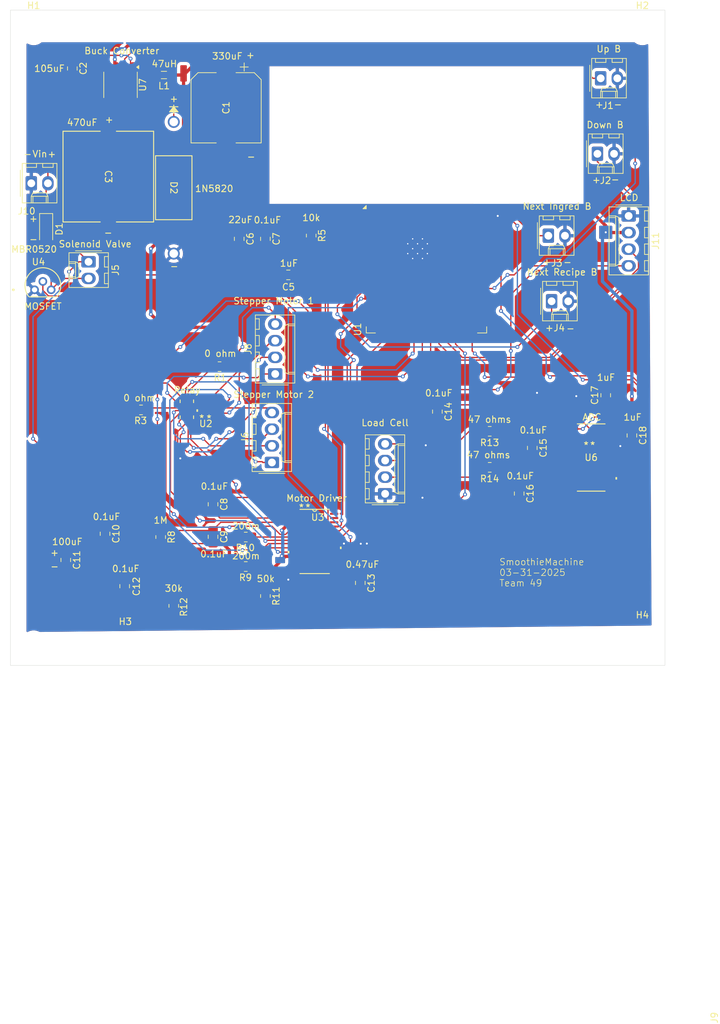
<source format=kicad_pcb>
(kicad_pcb (version 20240108) (generator "pcbnew") (generator_version "8.0")
  (layers (0 "F.Cu" signal) (31 "B.Cu" signal) (34 "B.Paste" user) (35 "F.Paste" user) (36 "B.SilkS" user "B.Silkscreen") (37 "F.SilkS" user "F.Silkscreen") (38 "B.Mask" user) (39 "F.Mask" user) (44 "Edge.Cuts" user))
  (net 0 "")
  (net 1 "/VDD33")
  (net 2 "GND")
  (net 3 "+12V")
  (net 4 "Net-(U1-EN)")
  (net 5 "Net-(U3-CP1)")
  (net 6 "Net-(U3-CP2)")
  (net 7 "Net-(U3-VCP)")
  (net 8 "/V3P3OUT")
  (net 9 "Net-(J9-Pin_4)")
  (net 10 "Net-(U6-VIN1N)")
  (net 11 "Net-(U6-VIN1P)")
  (net 12 "Net-(U6-VBG)")
  (net 13 "Net-(D1-A)")
  (net 14 "/UP_BUTTON")
  (net 15 "/DOWN_BUTTON")
  (net 16 "/NEXT_INGRED_BUTTON")
  (net 17 "/NEXT_RECEP_BUTTON")
  (net 18 "/AOUT3")
  (net 19 "/BOUT3")
  (net 20 "/BOUT4")
  (net 21 "/AOUT4")
  (net 22 "/AOUT1")
  (net 23 "/BOUT1")
  (net 24 "/AOUT2")
  (net 25 "/BOUT2")
  (net 26 "Net-(J9-Pin_3)")
  (net 27 "Net-(J9-Pin_2)")
  (net 28 "Net-(D2-K)")
  (net 29 "/SDA")
  (net 30 "/SCL")
  (net 31 "Net-(U2-VCC)")
  (net 32 "Net-(U2-Sel)")
  (net 33 "Net-(U3-ISENB)")
  (net 34 "Net-(U3-ISENA)")
  (net 35 "Net-(U3-AVREF)")
  (net 37 "/NSLEEP")
  (net 40 "/MODE1")
  (net 41 "/SOLENOID_VALVE")
  (net 42 "/STEP")
  (net 43 "/MODE2")
  (net 44 "/MOTORSELECT")
  (net 45 "/SDIO")
  (net 48 "/SCLK")
  (net 57 "/DRDY")
  (net 60 "/DIR")
  (net 62 "/MODE0")
  (net 65 "/NRESET")
  (net 66 "/BOUT2C")
  (net 68 "/AOUT2C")
  (net 69 "/AOUT1C")
  (net 70 "/BOUT1C")
  (footprint "Resistor_SMD:R_0805_2012Metric_Pad1.20x1.40mm_HandSolder" (layer "F.Cu") (at 108 128 -90)
    (property "Reference" "R8")
    (property "Value" "1M")
  )
  (footprint "DRV8825PWP:PWP28_5P18X3P1" (layer "F.Cu") (at 131.5282 128.674994)
    (property "Reference" "U3")
    (property "Value" "DRV8825PWP")
  )
  (footprint "1N5820:CR_0-E3&slash_54_VIS" (layer "F.Cu") (at 110 64.6528 -90)
    (property "Reference" "D2")
    (property "Value" "1N5820")
  )
  (footprint "Diode_SMD:D_SOD-123" (layer "F.Cu") (at 90.5 81 -90)
    (property "Reference" "D1")
    (property "Value" "MBR0520")
  )
  (footprint "Capacitor_SMD:C_0805_2012Metric_Pad1.18x1.45mm_HandSolder" (layer "F.Cu") (at 127.5 88)
    (property "Reference" "C5")
    (property "Value" "1uF")
  )
  (footprint "MountingHole:MountingHole_3.2mm_M3" (layer "F.Cu") (at 88.6 51.1)
    (property "Reference" "H1")
    (property "Value" "MountingHole")
  )
  (footprint "Capacitor_SMD:C_0805_2012Metric_Pad1.18x1.45mm_HandSolder" (layer "F.Cu") (at 180 112.5 -90)
    (property "Reference" "C18")
    (property "Value" "1uF")
  )
  (footprint "Capacitor_SMD:C_0805_2012Metric_Pad1.18x1.45mm_HandSolder" (layer "F.Cu") (at 162.77585 121.365 -90)
    (property "Reference" "C16")
    (property "Value" "0.1uF")
  )
  (footprint "Resistor_SMD:R_0805_2012Metric_Pad1.20x1.40mm_HandSolder" (layer "F.Cu") (at 117 102)
    (property "Reference" "R1")
    (property "Value" "0")
  )
  (footprint "Capacitor_SMD:C_0805_2012Metric_Pad1.18x1.45mm_HandSolder" (layer "F.Cu") (at 150.27585 108.865 -90)
    (property "Reference" "C14")
    (property "Value" "0.1uF")
  )
  (footprint "Capacitor_SMD:C_0805_2012Metric_Pad1.18x1.45mm_HandSolder" (layer "F.Cu") (at 99.5 127.5 -90)
    (property "Reference" "C10")
    (property "Value" "0.1uF")
  )
  (footprint "Resistor_SMD:R_0805_2012Metric_Pad1.20x1.40mm_HandSolder" (layer "F.Cu") (at 121 128)
    (property "Reference" "R10")
    (property "Value" "200m")
  )
  (footprint "Inductor_SMD:L_0805_2012Metric_Pad1.05x1.20mm_HandSolder" (layer "F.Cu") (at 108.5 57.5)
    (property "Reference" "L1")
    (property "Value" "47uH/3A")
  )
  (footprint "MountingHole:MountingHole_3.2mm_M3" (layer "F.Cu") (at 181.6 144.1)
    (property "Reference" "H4")
    (property "Value" "MountingHole")
  )
  (footprint "NAU7802SGI:SOI16_NAU7802SGI_NUV" (layer "F.Cu") (at 173.77585 115.865)
    (property "Reference" "U6")
    (property "Value" "NAU7802SGI")
  )
  (footprint "Capacitor_SMD:C_0805_2012Metric_Pad1.18x1.45mm_HandSolder" (layer "F.Cu") (at 176 106.365 90)
    (property "Reference" "C17")
    (property "Value" "1uF")
  )
  (footprint "Resistor_SMD:R_0805_2012Metric_Pad1.20x1.40mm_HandSolder" (layer "F.Cu") (at 110 138.5 -90)
    (property "Reference" "R12")
    (property "Value" "30k")
  )
  (footprint "RF_Module:ESP32-S3-WROOM-2" (layer "F.Cu") (at 148.61 83.91)
    (property "Reference" "U1")
    (property "Value" "ESP32-S3-WROOM-2")
  )
  (footprint "Capacitor_SMD:CP_Elec_10x12.5" (layer "F.Cu") (at 118 62.5 -90)
    (property "Reference" "C1")
    (property "Value" "330uF 35V")
  )
  (footprint "Resistor_SMD:R_0805_2012Metric_Pad1.20x1.40mm_HandSolder" (layer "F.Cu") (at 131 82 -90)
    (property "Reference" "R5")
    (property "Value" "10k")
  )
  (footprint "Connector_Molex:Molex_KK-254_AE-6410-04A_1x04_P2.54mm_Vertical" (layer "F.Cu") (at 125.5 103.12 90)
    (property "Reference" "J8")
    (property "Value" "Stepper Motor 1")
  )
  (footprint "Connector_Molex:Molex_KK-254_AE-6410-04A_1x04_P2.54mm_Vertical" (layer "F.Cu") (at 125 116.62 90)
    (property "Reference" "J6")
    (property "Value" "Stepper Motor 2")
  )
  (footprint "Capacitor_SMD:C_0805_2012Metric_Pad1.18x1.45mm_HandSolder" (layer "F.Cu") (at 116 123 -90)
    (property "Reference" "C8")
    (property "Value" "0.1uF")
  )
  (footprint "Connector_Molex:Molex_KK-254_AE-6410-02A_1x02_P2.54mm_Vertical" (layer "F.Cu") (at 88.23 74.02)
    (property "Reference" "J10")
    (property "Value" "Vin")
  )
  (footprint "Connector_Molex:Molex_KK-254_AE-6410-02A_1x02_P2.54mm_Vertical" (layer "F.Cu") (at 175.23 58)
    (property "Reference" "J1")
    (property "Value" "Up Button")
  )
  (footprint "Capacitor_SMD:C_0805_2012Metric_Pad1.18x1.45mm_HandSolder" (layer "F.Cu") (at 93.5 131.5 -90)
    (property "Reference" "C11")
    (property "Value" "100uF")
  )
  (footprint "Connector_Molex:Molex_KK-254_AE-6410-04A_1x04_P2.54mm_Vertical" (layer "F.Cu") (at 142.29585 121.405 90)
    (property "Reference" "J9")
    (property "Value" "LoadCell")
  )
  (footprint "Connector_Molex:Molex_KK-254_AE-6410-02A_1x02_P2.54mm_Vertical" (layer "F.Cu") (at 174.73 69.52)
    (property "Reference" "J2")
    (property "Value" "Down Button")
  )
  (footprint "Resistor_SMD:R_0805_2012Metric_Pad1.20x1.40mm_HandSolder" (layer "F.Cu") (at 121 132.5)
    (property "Reference" "R9")
    (property "Value" "200m")
  )
  (footprint "Capacitor_SMD:C_0805_2012Metric_Pad1.18x1.45mm_HandSolder" (layer "F.Cu") (at 102.5 135.5 -90)
    (property "Reference" "C12")
    (property "Value" "0.1uF")
  )
  (footprint "Capacitor_SMD:C_0805_2012Metric_Pad1.18x1.45mm_HandSolder" (layer "F.Cu") (at 94.5 56.5 -90)
    (property "Reference" "C2")
    (property "Value" "105uF")
  )
  (footprint "Connector_Molex:Molex_KK-254_AE-6410-02A_1x02_P2.54mm_Vertical" (layer "F.Cu") (at 96.98 86 -90)
    (property "Reference" "J5")
    (property "Value" "Solenoid Valve")
  )
  (footprint "Resistor_SMD:R_0805_2012Metric_Pad1.20x1.40mm_HandSolder" (layer "F.Cu") (at 158.27585 111.865)
    (property "Reference" "R13")
    (property "Value" "47")
  )
  (footprint "Connector_Molex:Molex_KK-254_AE-6410-02A_1x02_P2.54mm_Vertical" (layer "F.Cu") (at 167.73 92.02)
    (property "Reference" "J4")
    (property "Value" "Next Recipe Button")
  )
  (footprint "FSA2567MPX:UMLP16_1P8X2P6_ONS" (layer "F.Cu") (at 112 108.5)
    (property "Reference" "U2")
    (property "Value" "FSA2567MPX")
  )
  (footprint "Package_SO:SOIC-8_3.9x4.9mm_P1.27mm" (layer "F.Cu") (at 101.865 59 -90)
    (property "Reference" "U7")
    (property "Value" "XL1509-3.3")
  )
  (footprint "UUJ1V471MNJ6MS:CAP_UUG_12P5X21_NCH" (layer "F.Cu") (at 100 73 -90)
    (property "Reference" "C3")
    (property "Value" "470uF 35V")
  )
  (footprint "Connector_Molex:Molex_KK-254_AE-6410-04A_1x04_P2.54mm_Vertical" (layer "F.Cu") (at 179.5 79 -90)
    (property "Reference" "J11")
    (property "Value" "LCD I2C Adapter")
  )
  (footprint "Resistor_SMD:R_0805_2012Metric_Pad1.20x1.40mm_HandSolder" (layer "F.Cu") (at 124 137 -90)
    (property "Reference" "R11")
    (property "Value" "50k")
  )
  (footprint "Capacitor_SMD:C_0805_2012Metric_Pad1.18x1.45mm_HandSolder" (layer "F.Cu") (at 116 127.9625 -90)
    (property "Reference" "C9")
    (property "Value" "0.1uF")
  )
  (footprint "Connector_Molex:Molex_KK-254_AE-6410-02A_1x02_P2.54mm_Vertical" (layer "F.Cu") (at 167.23 82.02)
    (property "Reference" "J3")
    (property "Value" "Next Ingredient Button")
  )
  (footprint "Resistor_SMD:R_0805_2012Metric_Pad1.20x1.40mm_HandSolder" (layer "F.Cu") (at 105 108.599999)
    (property "Reference" "R3")
    (property "Value" "0")
  )
  (footprint "MountingHole:MountingHole_3.2mm_M3" (layer "F.Cu") (at 181.6 51.1)
    (property "Reference" "H2")
    (property "Value" "MountingHole")
  )
  (footprint "Capacitor_SMD:C_0805_2012Metric_Pad1.18x1.45mm_HandSolder" (layer "F.Cu") (at 124 82.5 -90)
    (property "Reference" "C7")
    (property "Value" "0.1uF")
  )
  (footprint "MountingHole:MountingHole_3.2mm_M3" (layer "F.Cu") (at 88.6 144.1)
    (property "Reference" "H3")
    (property "Value" "MountingHole")
  )
  (footprint "Capacitor_SMD:C_0805_2012Metric_Pad1.18x1.45mm_HandSolder" (layer "F.Cu") (at 138.5 135 -90)
    (property "Reference" "C13")
    (property "Value" "0.47uF")
  )
  (footprint "VN10KN3-G:TO-92_MC_MCH" (layer "F.Cu") (at 88.73 90.27)
    (property "Reference" "U4")
    (property "Value" "VN10KN3-G")
  )
  (footprint "Capacitor_SMD:C_0805_2012Metric_Pad1.18x1.45mm_HandSolder" (layer "F.Cu") (at 120 82.5 -90)
    (property "Reference" "C6")
    (property "Value" "22uF")
  )
  (footprint "Resistor_SMD:R_0805_2012Metric_Pad1.20x1.40mm_HandSolder" (layer "F.Cu") (at 158.27585 117.365)
    (property "Reference" "R14")
    (property "Value" "47")
  )
  (footprint "Capacitor_SMD:C_0805_2012Metric_Pad1.18x1.45mm_HandSolder" (layer "F.Cu") (at 164.77585 114.4025 -90)
    (property "Reference" "C15")
    (property "Value" "0.1uF")
  )
  (gr_rect (start 85.05 47.59) (end 185.05 147.59) (stroke (width 0.05)) (fill none) (layer "Edge.Cuts"))
  (gr_text "SmoothieMachine\n03-31-2025\nTeam 49" (at 159.69 135.61 0) (layer "F.SilkS") (effects (font (size 1 1) (thickness 0.1)) (justify left bottom)))
  (segment (start 118.0375 81.4625) (end 120 81.4625) (width 0.5) (layer "F.Cu") (net 1))
  (segment (start 176.04 81.54) (end 179.5 81.54) (width 0.5) (layer "F.Cu") (net 1))
  (segment (start 109.5375 80.9625) (end 111.9625 80.9625) (width 0.5) (layer "F.Cu") (net 1))
  (segment (start 177.31 112.69) (end 178.5375 111.4625) (width 0.5) (layer "F.Cu") (net 1))
  (segment (start 115.5 79) (end 118 81.5) (width 0.5) (layer "F.Cu") (net 1))
  (segment (start 109.65 57.5) (end 111.5 57.5) (width 0.5) (layer "F.Cu") (net 1))
  (segment (start 106.5 84) (end 109.5375 80.9625) (width 0.5) (layer "F.Cu") (net 1))
  (segment (start 115.5 72) (end 111.5 68) (width 0.5) (layer "F.Cu") (net 1))
  (segment (start 124.506446 55.91) (end 124.36 56.056446) (width 0.5) (layer "F.Cu") (net 1))
  (segment (start 176 81.5) (end 176.04 81.54) (width 0.2) (layer "F.Cu") (net 1))
  (segment (start 111.5 68) (end 111.5 57.5) (width 0.5) (layer "F.Cu") (net 1))
  (segment (start 108.5 96) (end 117.5 96) (width 0.5) (layer "F.Cu") (net 1))
  (segment (start 111.9625 80.9625) (end 115.5 77.425) (width 0.5) (layer "F.Cu") (net 1))
  (segment (start 173 77.5) (end 173 56.196446) (width 0.5) (layer "F.Cu") (net 1))
  (segment (start 176.5 112.69) (end 177.31 112.69) (width 0.5) (layer "F.Cu") (net 1))
  (segment (start 119 102) (end 118 102) (width 0.5) (layer "F.Cu") (net 1))
  (segment (start 109.65 57.5) (end 105.15 53) (width 0.5) (layer "F.Cu") (net 1))
  (segment (start 131 81) (end 131.5 81) (width 0.5) (layer "F.Cu") (net 1))
  (segment (start 180 111.4625) (end 180 106.5) (width 0.5) (layer "F.Cu") (net 1))
  (segment (start 124.36 77.263554) (end 127.016446 79.92) (width 0.5) (layer "F.Cu") (net 1))
  (segment (start 115.5 77.425) (end 115.5 72) (width 0.5) (layer "F.Cu") (net 1))
  (segment (start 117.5 96) (end 119.5 98) (width 0.5) (layer "F.Cu") (net 1))
  (segment (start 117 54.5) (end 118 55.5) (width 0.5) (layer "F.Cu") (net 1))
  (segment (start 101 55.1) (end 101 56.295) (width 0.5) (layer "F.Cu") (net 1))
  (segment (start 119.5 101.5) (end 119 102) (width 0.5) (layer "F.Cu") (net 1))
  (segment (start 105.15 53) (end 103 53) (width 0.5) (layer "F.Cu") (net 1))
  (segment (start 111.5 57.5) (end 111.575 57.5) (width 0.2) (layer "F.Cu") (net 1))
  (segment (start 106.5 94) (end 108.5 96) (width 0.5) (layer "F.Cu") (net 1))
  (segment (start 103 53) (end 102.5 53.5) (width 0.5) (layer "F.Cu") (net 1))
  (segment (start 176 81.5) (end 176 80.5) (width 0.5) (layer "F.Cu") (net 1))
  (segment (start 118 55.5) (end 118 58.3) (width 0.5) (layer "F.Cu") (net 1))
  (segment (start 131.5 81) (end 132.58 79.92) (width 0.5) (layer "F.Cu") (net 1))
  (segment (start 118 81.5) (end 118.0375 81.4625) (width 0.5) (layer "F.Cu") (net 1))
  (segment (start 172.713554 55.91) (end 124.506446 55.91) (width 0.5) (layer "F.Cu") (net 1))
  (segment (start 120 81.4625) (end 124 81.4625) (width 0.5) (layer "F.Cu") (net 1))
  (segment (start 176 80.5) (end 173 77.5) (width 0.5) (layer "F.Cu") (net 1))
  (segment (start 124 81.4625) (end 130.5375 81.4625) (width 0.5) (layer "F.Cu") (net 1))
  (segment (start 119.5 98) (end 119.5 101.5) (width 0.5) (layer "F.Cu") (net 1))
  (segment (start 111.5 57.5) (end 114.5 54.5) (width 0.5) (layer "F.Cu") (net 1))
  (segment (start 114.5 54.5) (end 117 54.5) (width 0.5) (layer "F.Cu") (net 1))
  (segment (start 124.36 56.056446) (end 124.36 77.263554) (width 0.5) (layer "F.Cu") (net 1))
  (segment (start 132.58 79.92) (end 139.86 79.92) (width 0.5) (layer "F.Cu") (net 1))
  (segment (start 130.5375 81.4625) (end 131 81) (width 0.5) (layer "F.Cu") (net 1))
  (segment (start 127.016446 79.92) (end 132.58 79.92) (width 0.5) (layer "F.Cu") (net 1))
  (segment (start 115.5 77.425) (end 115.5 79) (width 0.5) (layer "F.Cu") (net 1))
  (segment (start 178.5375 111.4625) (end 180 111.4625) (width 0.5) (layer "F.Cu") (net 1))
  (segment (start 101 56.295) (end 101.23 56.525) (width 0.2) (layer "F.Cu") (net 1))
  (segment (start 173 56.196446) (end 172.713554 55.91) (width 0.5) (layer "F.Cu") (net 1))
  (via (at 102.5 53.5) (size 0.6) (drill 0.3) (layers "F.Cu" "B.Cu") (net 1))
  (via (at 106.5 94) (size 0.6) (drill 0.3) (layers "F.Cu" "B.Cu") (net 1))
  (via (at 101 55.1) (size 0.6) (drill 0.3) (layers "F.Cu" "B.Cu") (net 1))
  (via (at 106.5 84) (size 0.6) (drill 0.3) (layers "F.Cu" "B.Cu") (net 1))
  (via (at 176 81.5) (size 0.6) (drill 0.3) (layers "F.Cu" "B.Cu") (net 1))
  (via (at 180 106.5) (size 0.6) (drill 0.3) (layers "F.Cu" "B.Cu") (net 1))
  (segment (start 106.5 94) (end 106.5 84) (width 0.5) (layer "B.Cu") (net 1))
  (segment (start 101.5 53.5) (end 101 54) (width 0.5) (layer "B.Cu") (net 1))
  (segment (start 102.5 53.5) (end 102.151471 53.5) (width 0.2) (layer "B.Cu") (net 1))
  (segment (start 102.151471 53.5) (end 101.5 53.5) (width 0.5) (layer "B.Cu") (net 1))
  (segment (start 180 93.5) (end 180 106.5) (width 0.5) (layer "B.Cu") (net 1))
  (segment (start 175.5 89) (end 180 93.5) (width 0.5) (layer "B.Cu") (net 1))
  (segment (start 175.5 82) (end 175.5 89) (width 0.5) (layer "B.Cu") (net 1))
  (segment (start 101 54) (end 101 55.1) (width 0.5) (layer "B.Cu") (net 1))
  (segment (start 176 81.5) (end 175.5 82) (width 0.5) (layer "B.Cu") (net 1))
  (segment (start 110.6 111.9) (end 110.6 115.6) (width 0.2) (layer "F.Cu") (net 2))
  (segment (start 138.570599 129.022954) (end 139.477046 129.022954) (width 0.2) (layer "F.Cu") (net 2))
  (segment (start 111.8 109.7446) (end 111.8 110.7) (width 0.2) (layer "F.Cu") (net 2))
  (segment (start 134.5 129) (end 136 129) (width 0.2) (layer "F.Cu") (net 2))
  (segment (start 111.8 110.7) (end 110.6 111.9) (width 0.2) (layer "F.Cu") (net 2))
  (segment (start 139.477046 129.022954) (end 139.5 129) (width 0.2) (layer "F.Cu") (net 2))
  (segment (start 169.79 82) (end 169.77 82.02) (width 0.25) (layer "F.Cu") (net 2))
  (segment (start 110.6 115.6) (end 111 116) (width 0.2) (layer "F.Cu") (net 2))
  (via (at 118 128) (size 0.6) (drill 0.3) (layers "F.Cu" "B.Cu") (net 2))
  (via (at 171.5 106.5) (size 0.6) (drill 0.3) (layers "F.Cu" "B.Cu") (net 2))
  (via (at 148 122) (size 0.6) (drill 0.3) (layers "F.Cu" "B.Cu") (net 2))
  (via (at 111 116) (size 0.6) (drill 0.3) (layers "F.Cu" "B.Cu") (net 2))
  (via (at 136 129) (size 0.6) (drill 0.3) (layers "F.Cu" "B.Cu") (net 2))
  (via (at 135 122) (size 0.6) (drill 0.3) (layers "F.Cu" "B.Cu") (net 2))
  (via (at 159.5 79) (size 0.6) (drill 0.3) (layers "F.Cu" "B.Cu") (net 2))
  (via (at 178.23 114.12) (size 0.6) (drill 0.3) (layers "F.Cu" "B.Cu") (net 2))
  (via (at 165.5 106) (size 0.6) (drill 0.3) (layers "F.Cu" "B.Cu") (net 2))
  (via (at 148.5 114) (size 0.6) (drill 0.3) (layers "F.Cu" "B.Cu") (net 2))
  (via (at 138.570599 129.022954) (size 0.6) (drill 0.3) (layers "F.Cu" "B.Cu") (net 2))
  (via (at 127.5 134.5) (size 0.6) (drill 0.3) (layers "F.Cu" "B.Cu") (net 2))
  (via (at 139.5 129) (size 0.6) (drill 0.3) (layers "F.Cu" "B.Cu") (net 2))
  (segment (start 138.547645 129) (end 138.570599 129.022954) (width 0.2) (layer "B.Cu") (net 2))
  (segment (start 136 129) (end 138.547645 129) (width 0.2) (layer "B.Cu") (net 2))
  (segment (start 126.5 131.5) (end 127.049966 130.950034) (width 0.5) (layer "F.Cu") (net 3))
  (segment (start 116 129) (end 117.5 129) (width 0.5) (layer "F.Cu") (net 3))
  (segment (start 95.5 86) (end 96.98 86) (width 0.2) (layer "F.Cu") (net 3))
  (segment (start 119.5 134) (end 124 134) (width 0.5) (layer "F.Cu") (net 3))
  (segment (start 93.475 56.4875) (end 93.475 64.692422) (width 0.2) (layer "F.Cu") (net 3))
  (segment (start 92 130.5) (end 92.0375 130.4625) (width 0.2) (layer "F.Cu") (net 3))
  (segment (start 126.5 127) (end 127.100046 126.399954) (width 0.5) (layer "F.Cu") (net 3))
  (segment (start 92.0375 130.4625) (end 93.5 130.4625) (width 0.5) (layer "F.Cu") (net 3))
  (segment (start 96 130.5) (end 95.5 130.5) (width 0.5) (layer "F.Cu") (net 3))
  (segment (start 99.5 126.4625) (end 99.5 124) (width 0.2) (layer "F.Cu") (net 3))
  (segment (start 96.98 86) (end 90.5 79.52) (width 0.2) (layer "F.Cu") (net 3))
  (segment (start 90.5 79.35) (end 90.5 74.29) (width 0.2) (layer "F.Cu") (net 3))
  (segment (start 93.475 64.692422) (end 94.076878 65.2943) (width 0.2) (layer "F.Cu") (net 3))
  (segment (start 94.5 55.4625) (end 93.475 56.4875) (width 0.2) (layer "F.Cu") (net 3))
  (segment (start 95.5 130.5) (end 95.4625 130.4625) (width 0.2) (layer "F.Cu") (net 3))
  (segment (start 100 66.396) (end 100 68.1994) (width 0.2) (layer "F.Cu") (net 3))
  (segment (start 90.77 68.601178) (end 94.076878 65.2943) (width 0.2) (layer "F.Cu") (net 3))
  (segment (start 90.5 74.29) (end 90.77 74.02) (width 0.2) (layer "F.Cu") (net 3))
  (segment (start 118.5 130) (end 118.5 133) (width 0.5) (layer "F.Cu") (net 3))
  (segment (start 124 134) (end 126.5 131.5) (width 0.5) (layer "F.Cu") (net 3))
  (segment (start 93.0375 126.4625) (end 91 128.5) (width 0.5) (layer "F.Cu") (net 3))
  (segment (start 94 87.5) (end 95.5 86) (width 0.2) (layer "F.Cu") (net 3))
  (segment (start 108 129) (end 116 129) (width 0.2) (layer "F.Cu") (net 3))
  (segment (start 99.9625 134.4625) (end 96 130.5) (width 0.5) (layer "F.Cu") (net 3))
  (segment (start 95.4625 54.5) (end 102 54.5) (width 0.2) (layer "F.Cu") (net 3))
  (segment (start 127.100046 126.399954) (end 128.5564 126.399954) (width 0.5) (layer "F.Cu") (net 3))
  (segment (start 126.5 130.900022) (end 126.5 131.5) (width 0.5) (layer "F.Cu") (net 3))
  (segment (start 103.395903 55.002628) (end 103.395903 56.150903) (width 0.2) (layer "F.Cu") (net 3))
  (segment (start 90.5 79.52) (end 90.5 79.35) (width 0.2) (layer "F.Cu") (net 3))
  (segment (start 127.049966 130.950034) (end 128.5564 130.950034) (width 0.5) (layer "F.Cu") (net 3))
  (segment (start 98.8983 65.2943) (end 100 66.396) (width 0.2) (layer "F.Cu") (net 3))
  (segment (start 103.395903 56.150903) (end 103.77 56.525) (width 0.2) (layer "F.Cu") (net 3))
  (segment (start 91 129.5) (end 92 130.5) (width 0.5) (layer "F.Cu") (net 3))
  (segment (start 91 128.5) (end 91 129.5) (width 0.5) (layer "F.Cu") (net 3))
  (segment (start 118.5 133) (end 119.5 134) (width 0.5) (layer "F.Cu") (net 3))
  (segment (start 108 129) (end 108 130.5) (width 0.5) (layer "F.Cu") (net 3))
  (segment (start 99.5 126.4625) (end 93.0375 126.4625) (width 0.5) (layer "F.Cu") (net 3))
  (segment (start 90.77 74.02) (end 90.77 68.601178) (width 0.2) (layer "F.Cu") (net 3))
  (segment (start 95.4625 130.4625) (end 93.5 130.4625) (width 0.5) (layer "F.Cu") (net 3))
  (segment (start 102.5 134.4625) (end 99.9625 134.4625) (width 0.5) (layer "F.Cu") (net 3))
  (segment (start 94.076878 65.2943) (end 98.8983 65.2943) (width 0.2) (layer "F.Cu") (net 3))
  (segment (start 99.5 124) (end 88.5 113) (width 0.2) (layer "F.Cu") (net 3))
  (segment (start 94.5 55.4625) (end 95.4625 54.5) (width 0.2) (layer "F.Cu") (net 3))
  (segment (start 104.0375 134.4625) (end 102.5 134.4625) (width 0.5) (layer "F.Cu") (net 3))
  (segment (start 117.5 129) (end 118.5 130) (width 0.5) (layer "F.Cu") (net 3))
  (segment (start 108 130.5) (end 104.0375 134.4625) (width 0.5) (layer "F.Cu") (net 3))
  (via (at 88.5 113) (size 0.6) (drill 0.3) (layers "F.Cu" "B.Cu") (net 3))
  (via (at 102 54.5) (size 0.6) (drill 0.3) (layers "F.Cu" "B.Cu") (net 3))
  (via (at 103.395903 55.002628) (size 0.6) (drill 0.3) (layers "F.Cu" "B.Cu") (net 3))
  (via (at 126.5 130.900022) (size 0.6) (drill 0.3) (layers "F.Cu" "B.Cu") (net 3))
  (via (at 126.5 127) (size 0.6) (drill 0.3) (layers "F.Cu" "B.Cu") (net 3))
  (via (at 94 87.5) (size 0.6) (drill 0.3) (layers "F.Cu" "B.Cu") (net 3))
  (segment (start 126.65 130.750022) (end 126.5 130.900022) (width 0.5) (layer "B.Cu") (net 3))
  (segment (start 94 88.898211) (end 94 87.5) (width 0.2) (layer "B.Cu") (net 3))
  (segment (start 126.65 129.957951) (end 126.65 130.750022) (width 0.5) (layer "B.Cu") (net 3))
  (segment (start 88.5 94.398211) (end 94 88.898211) (width 0.2) (layer "B.Cu") (net 3))
  (segment (start 126.65 129.957951) (end 126.65 127.15) (width 0.5) (layer "B.Cu") (net 3))
  (segment (start 88.5 113) (end 88.5 94.398211) (width 0.2) (layer "B.Cu") (net 3))
  (segment (start 103.395903 55.002628) (end 102.893275 54.5) (width 0.2) (layer "B.Cu") (net 3))
  (segment (start 126.65 127.15) (end 126.5 127) (width 0.5) (layer "B.Cu") (net 3))
  (segment (start 102.893275 54.5) (end 102 54.5) (width 0.2) (layer "B.Cu") (net 3))
  (segment (start 128.5375 85.9625) (end 128.5375 88) (width 0.2) (layer "F.Cu") (net 4))
  (segment (start 132.81 81.19) (end 131 83) (width 0.2) (layer "F.Cu") (net 4))
  (segment (start 131 83.5) (end 128.5375 85.9625) (width 0.2) (layer "F.Cu") (net 4))
  (segment (start 139.86 81.19) (end 132.81 81.19) (width 0.2) (layer "F.Cu") (net 4))
  (segment (start 131 83) (end 131 83.5) (width 0.2) (layer "F.Cu") (net 4))
  (segment (start 126.06898 121.9625) (end 128.5564 124.44992) (width 0.2) (layer "F.Cu") (net 5))
  (segment (start 116 121.9625) (end 126.06898 121.9625) (width 0.2) (layer "F.Cu") (net 5))
  (segment (start 117.062431 125.099931) (end 128.5564 125.099931) (width 0.2) (layer "F.Cu") (net 6))
  (segment (start 116 124.0375) (end 117.062431 125.099931) (width 0.2) (layer "F.Cu") (net 6))
  (segment (start 115.925 127) (end 116 126.925) (width 0.2) (layer "F.Cu") (net 7))
  (segment (start 108 127) (end 115.925 127) (width 0.2) (layer "F.Cu") (net 7))
  (segment (start 117.175057 125.749943) (end 128.5564 125.749943) (width 0.2) (layer "F.Cu") (net 7))
  (segment (start 116 126.925) (end 117.175057 125.749943) (width 0.2) (layer "F.Cu") (net 7))
  (segment (start 124 136) (end 130.450034 136) (width 0.5) (layer "F.Cu") (net 8))
  (segment (start 135.400068 132.900068) (end 134.5 132.900068) (width 0.5) (layer "F.Cu") (net 8))
  (segment (start 138.5 133.9625) (end 136.4625 133.9625) (width 0.5) (layer "F.Cu") (net 8))
  (segment (start 130.450034 136) (end 133.549966 132.900068) (width 0.5) (layer "F.Cu") (net 8))
  (segment (start 136.4625 133.9625) (end 135.400068 132.900068) (width 0.5) (layer "F.Cu") (net 8))
  (segment (start 133.549966 132.900068) (end 134.5 132.900068) (width 0.5) (layer "F.Cu") (net 8))
  (segment (start 150.27585 107.8275) (end 167.4592 107.8275) (width 0.2) (layer "F.Cu") (net 9))
  (segment (start 167.4592 107.8275) (end 171.0517 111.42) (width 0.2) (layer "F.Cu") (net 9))
  (segment (start 174.32165 109.67835) (end 174 110) (width 0.2) (layer "F.Cu") (net 9))
  (segment (start 176.5 110.17835) (end 176 109.67835) (width 0.2) (layer "F.Cu") (net 9))
  (segment (start 176 109.67835) (end 174.32165 109.67835) (width 0.2) (layer "F.Cu") (net 9))
  (segment (start 171.1317 111.5) (end 171.0517 111.42) (width 0.2) (layer "F.Cu") (net 9))
  (segment (start 144.31835 113.785) (end 150.27585 107.8275) (width 0.2) (layer "F.Cu") (net 9))
  (segment (start 172.5 111.5) (end 171.1317 111.5) (width 0.2) (layer "F.Cu") (net 9))
  (segment (start 176 109.67835) (end 176 107.4025) (width 0.2) (layer "F.Cu") (net 9))
  (segment (start 142.29585 113.785) (end 144.31835 113.785) (width 0.2) (layer "F.Cu") (net 9))
  (segment (start 176.5 111.42) (end 176.5 110.17835) (width 0.2) (layer "F.Cu") (net 9))
  (via (at 172.5 111.5) (size 0.6) (drill 0.3) (layers "F.Cu" "B.Cu") (net 9))
  (via (at 174 110) (size 0.6) (drill 0.3) (layers "F.Cu" "B.Cu") (net 9))
  (segment (start 174 110) (end 172.5 111.5) (width 0.2) (layer "B.Cu") (net 9))
  (segment (start 159.27585 111.865) (end 163.27585 111.865) (width 0.2) (layer "F.Cu") (net 10))
  (segment (start 163.27585 111.865) (end 164.77585 113.365) (width 0.2) (layer "F.Cu") (net 10))
  (segment (start 170.3767 113.365) (end 171.0517 112.69) (width 0.2) (layer "F.Cu") (net 10))
  (segment (start 164.77585 113.365) (end 170.3767 113.365) (width 0.2) (layer "F.Cu") (net 10))
  (segment (start 164.77585 115.44) (end 166.25585 113.96) (width 0.2) (layer "F.Cu") (net 11))
  (segment (start 162.85085 117.365) (end 164.77585 115.44) (width 0.2) (layer "F.Cu") (net 11))
  (segment (start 159.27585 117.365) (end 162.85085 117.365) (width 0.2) (layer "F.Cu") (net 11))
  (segment (start 166.25585 113.96) (end 171.0517 113.96) (width 0.2) (layer "F.Cu") (net 11))
  (segment (start 162.77585 120.3275) (end 165.33335 117.77) (width 0.2) (layer "F.Cu") (net 12))
  (segment (start 165.33335 117.77) (end 171.0517 117.77) (width 0.2) (layer "F.Cu") (net 12))
  (segment (start 93 88.54) (end 96.98 88.54) (width 0.2) (layer "F.Cu") (net 13))
  (segment (start 90.5 82.65) (end 91.27 83.42) (width 0.2) (layer "F.Cu") (net 13))
  (segment (start 91.27 83.42) (end 91.27 90.27) (width 0.2) (layer "F.Cu") (net 13))
  (segment (start 91.27 90.27) (end 93 88.54) (width 0.2) (layer "F.Cu") (net 13))
  (segment (start 174 54) (end 179.5 54) (width 0.2) (layer "F.Cu") (net 14))
  (segment (start 161.5 99.6) (end 161.5 91) (width 0.2) (layer "F.Cu") (net 14))
  (segment (start 161.5 91) (end 164.5 88) (width 0.2) (layer "F.Cu") (net 14))
  (segment (start 175.23 58) (end 174.05 58) (width 0.2) (layer "F.Cu") (net 14))
  (segment (start 173.55 57.5) (end 173.55 54.45) (width 0.2) (layer "F.Cu") (net 14))
  (segment (start 149.245 96.41) (end 149.245 101.745) (width 0.2) (layer "F.Cu") (net 14))
  (segment (start 174.05 58) (end 173.55 57.5) (width 0.2) (layer "F.Cu") (net 14))
  (segment (start 180.5 55) (end 180.5 71) (width 0.2) (layer "F.Cu") (net 14))
  (segment (start 179.5 54) (end 180.5 55) (width 0.2) (layer "F.Cu") (net 14))
  (segment (start 153 105.5) (end 159.5 105.5) (width 0.2) (layer "F.Cu") (net 14))
  (segment (start 149.245 101.745) (end 153 105.5) (width 0.2) (layer "F.Cu") (net 14))
  (segment (start 173.55 54.45) (end 174 54) (width 0.2) (layer "F.Cu") (net 14))
  (via (at 159.5 105.5) (size 0.6) (drill 0.3) (layers "F.Cu" "B.Cu") (net 14))
  (via (at 161.5 99.6) (size 0.6) (drill 0.3) (layers "F.Cu" "B.Cu") (net 14))
  (via (at 180.5 71) (size 0.6) (drill 0.3) (layers "F.Cu" "B.Cu") (net 14))
  (via (at 164.5 88) (size 0.6) (drill 0.3) (layers "F.Cu" "B.Cu") (net 14))
  (segment (start 167 85.5) (end 164.5 88) (width 0.2) (layer "B.Cu") (net 14))
  (segment (start 180.5 74) (end 180.5 71) (width 0.2) (layer "B.Cu") (net 14))
  (segment (start 159.5 105.5) (end 161.5 103.5) (width 0.2) (layer "B.Cu") (net 14))
  (segment (start 161.5 103.5) (end 161.5 99.6) (width 0.2) (layer "B.Cu") (net 14))
  (segment (start 169 85.5) (end 167 85.5) (width 0.2) (layer "B.Cu") (net 14))
  (segment (start 180.5 74) (end 169 85.5) (width 0.2) (layer "B.Cu") (net 14))
  (segment (start 150.515 98.515) (end 153 101) (width 0.2) (layer "F.Cu") (net 15))
  (segment (start 174.73 69.52) (end 174.73 70.73) (width 0.2) (layer "F.Cu") (net 15))
  (segment (start 150.515 96.41) (end 150.515 98.515) (width 0.2) (layer "F.Cu") (net 15))
  (segment (start 181.4 87.165686) (end 181.4 77.4) (width 0.2) (layer "F.Cu") (net 15))
  (segment (start 174.73 70.73) (end 178.5 74.5) (width 0.2) (layer "F.Cu") (net 15))
  (segment (start 153 101) (end 167.565686 101) (width 0.2) (layer "F.Cu") (net 15))
  (segment (start 181.4 77.4) (end 178.5 74.5) (width 0.2) (layer "F.Cu") (net 15))
  (segment (start 167.565686 101) (end 181.4 87.165686) (width 0.2) (layer "F.Cu") (net 15))
  (segment (start 149.94 86.14) (end 149.94 84.1) (width 0.2) (layer "F.Cu") (net 16))
  (segment (start 156.3 77.74) (end 160.74 77.74) (width 0.2) (layer "F.Cu") (net 16))
  (segment (start 160.74 77.74) (end 165.02 82.02) (width 0.2) (layer "F.Cu") (net 16))
  (segment (start 165.02 82.02) (end 167.23 82.02) (width 0.2) (layer "F.Cu") (net 16))
  (segment (start 140.25 87.38) (end 148.7 87.38) (width 0.2) (layer "F.Cu") (net 16))
  (segment (start 148.7 87.38) (end 149.94 86.14) (width 0.2) (layer "F.Cu") (net 16))
  (segment (start 149.94 84.1) (end 156.3 77.74) (width 0.2) (layer "F.Cu") (net 16))
  (segment (start 135 94) (end 135 92.72) (width 0.2) (layer "F.Cu") (net 17))
  (segment (start 162.5 99) (end 167.73 93.77) (width 0.2) (layer "F.Cu") (net 17))
  (segment (start 135 92.72) (end 138.91 88.81) (width 0.2) (layer "F.Cu") (net 17))
  (segment (start 138.91 88.81) (end 139.86 88.81) (width 0.2) (layer "F.Cu") (net 17))
  (segment (start 167.73 93.77) (end 167.73 92.02) (width 0.2) (layer "F.Cu") (net 17))
  (via (at 162.5 99) (size 0.6) (drill 0.3) (layers "F.Cu" "B.Cu") (net 17))
  (via (at 135 94) (size 0.6) (drill 0.3) (layers "F.Cu" "B.Cu") (net 17))
  (segment (start 140 99) (end 135 94) (width 0.2) (layer "B.Cu") (net 17))
  (segment (start 162.5 99) (end 140 99) (width 0.2) (layer "B.Cu") (net 17))
  (segment (start 111.8 107.2554) (end 111.8 105.35147) (width 0.2) (layer "F.Cu") (net 18))
  (segment (start 123.5 116.5) (end 123.62 116.62) (width 0.2) (layer "F.Cu") (net 18))
  (segment (start 123.62 116.62) (end 125 116.62) (width 0.2) (layer "F.Cu") (net 18))
  (segment (start 111.8 105.35147) (end 112.825735 104.325735) (width 0.2) (layer "F.Cu") (net 18))
  (segment (start 111.8 107.2554) (end 111.800001 107.255399) (width 0.2) (layer "F.Cu") (net 18))
  (segment (start 122.5 116.5) (end 123.5 116.5) (width 0.2) (layer "F.Cu") (net 18))
  (via (at 112.825735 104.325735) (size 0.6) (drill 0.3) (layers "F.Cu" "B.Cu") (net 18))
  (via (at 122.5 116.5) (size 0.6) (drill 0.3) (layers "F.Cu" "B.Cu") (net 18))
  (segment (start 121.5 115.5) (end 121.5 107.5) (width 0.2) (layer "B.Cu") (net 18))
  (segment (start 118.325735 104.325735) (end 112.825735 104.325735) (width 0.2) (layer "B.Cu") (net 18))
  (segment (start 121.5 107.5) (end 118.325735 104.325735) (width 0.2) (layer "B.Cu") (net 18))
  (segment (start 122.5 116.5) (end 121.5 115.5) (width 0.2) (layer "B.Cu") (net 18))
  (segment (start 113.05147 114.4) (end 113.051472 114.4) (width 0.2) (layer "F.Cu") (net 19))
  (segment (start 112.2 109.7446) (end 112.2 113.54853) (width 0.2) (layer "F.Cu") (net 19))
  (segment (start 116.5 113) (end 123.54 113) (width 0.2) (layer "F.Cu") (net 19))
  (segment (start 123.54 113) (end 125 111.54) (width 0.2) (layer "F.Cu") (net 19))
  (segment (start 112.2 113.54853) (end 113.05147 114.4) (width 0.2) (layer "F.Cu") (net 19))
  (via (at 113.051472 114.4) (size 0.6) (drill 0.3) (layers "F.Cu" "B.Cu") (net 19))
  (via (at 116.5 113) (size 0.6) (drill 0.3) (layers "F.Cu" "B.Cu") (net 19))
  (segment (start 115.1 114.4) (end 116.5 113) (width 0.2) (layer "B.Cu") (net 19))
  (segment (start 113.051472 114.4) (end 115.1 114.4) (width 0.2) (layer "B.Cu") (net 19))
  (segment (start 124.3 108.3) (end 112.8509 108.3) (width 0.2) (layer "F.Cu") (net 20))
  (segment (start 125 109) (end 124.3 108.3) (width 0.2) (layer "F.Cu") (net 20))
  (segment (start 110.3 108.7) (end 110 109) (width 0.2) (layer "F.Cu") (net 21))
  (segment (start 114.5 113) (end 115.58 114.08) (width 0.2) (layer "F.Cu") (net 21))
  (segment (start 111.1491 108.7) (end 110.3 108.7) (width 0.2) (layer "F.Cu") (net 21))
  (segment (start 115.58 114.08) (end 125 114.08) (width 0.2) (layer "F.Cu") (net 21))
  (via (at 110 109) (size 0.6) (drill 0.3) (layers "F.Cu" "B.Cu") (net 21))
  (via (at 114.5 113) (size 0.6) (drill 0.3) (layers "F.Cu" "B.Cu") (net 21))
  (segment (start 110 109) (end 110 112.199999) (width 0.2) (layer "B.Cu") (net 21))
  (segment (start 110 112.199999) (end 110.800001 113) (width 0.2) (layer "B.Cu") (net 21))
  (segment (start 110.800001 113) (end 114.5 113) (width 0.2) (layer "B.Cu") (net 21))
  (segment (start 120.674265 103.674265) (end 122.825735 103.674265) (width 0.2) (layer "F.Cu") (net 22))
  (segment (start 122.825735 103.674265) (end 123.38 103.12) (width 0.2) (layer "F.Cu") (net 22))
  (segment (start 110.900001 107.900001) (end 111.1491 107.900001) (width 0.2) (layer "F.Cu") (net 22))
  (segment (start 123.38 103.12) (end 125.5 103.12) (width 0.2) (layer "F.Cu") (net 22))
  (segment (start 109 106) (end 110.900001 107.900001) (width 0.2) (layer "F.Cu") (net 22))
  (via (at 120.674265 103.674265) (size 0.6) (drill 0.3) (layers "F.Cu" "B.Cu") (net 22))
  (via (at 109 106) (size 0.6) (drill 0.3) (layers "F.Cu" "B.Cu") (net 22))
  (segment (start 120.674265 103.674265) (end 120.5 103.5) (width 0.2) (layer "B.Cu") (net 22))
  (segment (start 109 104.5) (end 109 106) (width 0.2) (layer "B.Cu") (net 22))
  (segment (start 120.5 103.5) (end 110 103.5) (width 0.2) (layer "B.Cu") (net 22))
  (segment (start 110 103.5) (end 109 104.5) (width 0.2) (layer "B.Cu") (net 22))
  (segment (start 120 107.5) (end 120 103.065686) (width 0.2) (layer "F.Cu") (net 23))
  (segment (start 125.025686 98.04) (end 125.5 98.04) (width 0.2) (layer "F.Cu") (net 23))
  (segment (start 120 103.065686) (end 125.025686 98.04) (width 0.2) (layer "F.Cu") (net 23))
  (segment (start 112.8509 109.099999) (end 118.400001 109.099999) (width 0.2) (layer "F.Cu") (net 23))
  (segment (start 118.400001 109.099999) (end 118.5 109) (width 0.2) (layer "F.Cu") (net 23))
  (via (at 120 107.5) (size 0.6) (drill 0.3) (layers "F.Cu" "B.Cu") (net 23))
  (via (at 118.5 109) (size 0.6) (drill 0.3) (layers "F.Cu" "B.Cu") (net 23))
  (segment (start 118.5 109) (end 120 107.5) (width 0.2) (layer "B.Cu") (net 23))
  (segment (start 110.825735 110.825735) (end 110.825735 110.318866) (width 0.2) (layer "F.Cu") (net 24))
  (segment (start 111 114) (end 112 115) (width 0.2) (layer "F.Cu") (net 24))
  (segment (start 123 101) (end 123.42 100.58) (width 0.2) (layer "F.Cu") (net 24))
  (segment (start 123.42 100.58) (end 125.5 100.58) (width 0.2) (layer "F.Cu") (net 24))
  (segment (start 111 112.5) (end 111.5 112) (width 0.2) (layer "F.Cu") (net 24))
  (segment (start 110.825735 110.318866) (end 111.400001 109.7446) (width 0.2) (layer "F.Cu") (net 24))
  (segment (start 122.1 109) (end 122 109) (width 0.2) (layer "F.Cu") (net 24))
  (segment (start 119 112) (end 118.5 112) (width 0.2) (layer "F.Cu") (net 24))
  (segment (start 111 114) (end 111 112.5) (width 0.2) (layer "F.Cu") (net 24))
  (segment (start 112 115) (end 112.5 115) (width 0.2) (layer "F.Cu") (net 24))
  (segment (start 122 109) (end 119 112) (width 0.2) (layer "F.Cu") (net 24))
  (via (at 111.5 112) (size 0.6) (drill 0.3) (layers "F.Cu" "B.Cu") (net 24))
  (via (at 118.5 112) (size 0.6) (drill 0.3) (layers "F.Cu" "B.Cu") (net 24))
  (via (at 112.5 115) (size 0.6) (drill 0.3) (layers "F.Cu" "B.Cu") (net 24))
  (via (at 123 101) (size 0.6) (drill 0.3) (layers "F.Cu" "B.Cu") (net 24))
  (via (at 122.1 109) (size 0.6) (drill 0.3) (layers "F.Cu" "B.Cu") (net 24))
  (via (at 110.825735 110.825735) (size 0.6) (drill 0.3) (layers "F.Cu" "B.Cu") (net 24))
  (segment (start 122.5 108.6) (end 122.5 101.5) (width 0.2) (layer "B.Cu") (net 24))
  (segment (start 122.5 101.5) (end 123 101) (width 0.2) (layer "B.Cu") (net 24))
  (segment (start 111.5 111.5) (end 111.5 112) (width 0.2) (layer "B.Cu") (net 24))
  (segment (start 110.825735 110.825735) (end 111.5 111.5) (width 0.2) (layer "B.Cu") (net 24))
  (segment (start 122.1 109) (end 122.5 108.6) (width 0.2) (layer "B.Cu") (net 24))
  (segment (start 115.5 115) (end 112.5 115) (width 0.2) (layer "B.Cu") (net 24))
  (segment (start 118.5 112) (end 115.5 115) (width 0.2) (layer "B.Cu") (net 24))
  (segment (start 115.2446 107.2554) (end 120.05 102.45) (width 0.2) (layer "F.Cu") (net 25))
  (segment (start 120.05 99.45) (end 120.5 99) (width 0.2) (layer "F.Cu") (net 25))
  (segment (start 112.599999 107.2554) (end 115.2446 107.2554) (width 0.2) (layer "F.Cu") (net 25))
  (segment (start 124.5 93) (end 125.5 94) (width 0.2) (layer "F.Cu") (net 25))
  (segment (start 125.5 94) (end 125.5 95.5) (width 0.2) (layer "F.Cu") (net 25))
  (segment (start 120.05 102.45) (end 120.05 99.45) (width 0.2) (layer "F.Cu") (net 25))
  (via (at 124.5 93) (size 0.6) (drill 0.3) (layers "F.Cu" "B.Cu") (net 25))
  (via (at 120.5 99) (size 0.6) (drill 0.3) (layers "F.Cu" "B.Cu") (net 25))
  (segment (start 122 93) (end 120.5 94.5) (width 0.2) (layer "B.Cu") (net 25))
  (segment (start 120.5 94.5) (end 120.5 99) (width 0.2) (layer "B.Cu") (net 25))
  (segment (start 124.5 93) (end 122 93) (width 0.2) (layer "B.Cu") (net 25))
  (segment (start 150.675 116.325) (end 155.135 111.865) (width 0.2) (layer "F.Cu") (net 26))
  (segment (start 155.135 111.865) (end 157.27585 111.865) (width 0.2) (layer "F.Cu") (net 26))
  (segment (start 142.29585 116.325) (end 150.675 116.325) (width 0.2) (layer "F.Cu") (net 26))
  (segment (start 142.29585 118.865) (end 155.77585 118.865) (width 0.2) (layer "F.Cu") (net 27))
  (segment (start 155.77585 118.865) (end 157.27585 117.365) (width 0.2) (layer "F.Cu") (net 27))
  (segment (start 107.35 57.5) (end 107.35 56.85) (width 0.2) (layer "F.Cu") (net 28))
  (segment (start 109.65 64.3028) (end 110 64.6528) (width 0.2) (layer "F.Cu") (net 28))
  (segment (start 107.35 56.85) (end 104.5 54) (width 0.2) (layer "F.Cu") (net 28))
  (segment (start 110 64.6528) (end 110 60.15) (width 0.2) (layer "F.Cu") (net 28))
  (segment (start 104.5 54) (end 103.550001 54) (width 0.2) (layer "F.Cu") (net 28))
  (segment (start 110 60.15) (end 107.35 57.5) (width 0.2) (layer "F.Cu") (net 28))
  (segment (start 103.550001 54) (end 102.5 55.050001) (width 0.2) (layer "F.Cu") (net 28))
  (segment (start 102.5 55.050001) (end 102.5 56.525) (width 0.2) (layer "F.Cu") (net 28))
  (segment (start 151.5 96.695) (end 151.785 96.41) (width 0.2) (layer "F.Cu") (net 29))
  (segment (start 154.1 100.6) (end 167.4 100.6) (width 0.2) (layer "F.Cu") (net 29))
  (segment (start 167.4 100.6) (end 181 87) (width 0.2) (layer "F.Cu") (net 29))
  (segment (start 151.5 98) (end 154.1 100.6) (width 0.2) (layer "F.Cu") (net 29))
  (segment (start 181 87) (end 181 85.58) (width 0.2) (layer "F.Cu") (net 29))
  (segment (start 181 85.58) (end 179.5 84.08) (width 0.2) (layer "F.Cu") (net 29))
  (segment (start 151.5 98) (end 151.5 96.695) (width 0.2) (layer "F.Cu") (net 29))
  (segment (start 152.211765 96.836765) (end 151.785 96.41) (width 0.2) (layer "F.Cu") (net 29))
  (segment (start 157.36 90.08) (end 158.92 90.08) (width 0.2) (layer "F.Cu") (net 30))
  (segment (start 163.38 86.62) (end 179.5 86.62) (width 0.2) (layer "F.Cu") (net 30))
  (segment (start 158.92 90.08) (end 159 90) (width 0.2) (layer "F.Cu") (net 30))
  (segment (start 162 88) (end 163.38 86.62) (width 0.2) (layer "F.Cu") (net 30))
  (segment (start 161 88) (end 162 88) (width 0.2) (layer "F.Cu") (net 30))
  (via (at 161 88) (size 0.6) (drill 0.3) (layers "F.Cu" "B.Cu") (net 30))
  (via (at 159 90) (size 0.6) (drill 0.3) (layers "F.Cu" "B.Cu") (net 30))
  (segment (start 159 90) (end 161 88) (width 0.2) (layer "B.Cu") (net 30))
  (segment (start 112.2 105.8) (end 116 102) (width 0.2) (layer "F.Cu") (net 31))
  (segment (start 112.2 107.2554) (end 112.2 105.8) (width 0.2) (layer "F.Cu") (net 31))
  (segment (start 106.299999 108.3) (end 111.1491 108.3) (width 0.2) (layer "F.Cu") (net 32))
  (segment (start 106 108.599999) (end 106.299999 108.3) (width 0.2) (layer "F.Cu") (net 32))
  (segment (start 124.849989 129.650011) (end 128.5564 129.650011) (width 0.2) (layer "F.Cu") (net 33))
  (segment (start 122 132.5) (end 124.849989 129.650011) (width 0.2) (layer "F.Cu") (net 33))
  (segment (start 127.819011 127.699977) (end 128.5564 127.699977) (width 0.2) (layer "F.Cu") (net 34))
  (segment (start 122 128) (end 127.518988 128) (width 0.2) (layer "F.Cu") (net 34))
  (segment (start 127.518988 128) (end 127.819011 127.699977) (width 0.2) (layer "F.Cu") (net 34))
  (segment (start 128.5564 132.250057) (end 127.749943 132.250057) (width 0.2) (layer "F.Cu") (net 35))
  (segment (start 110 137.5) (end 121.5 137.5) (width 0.25) (layer "F.Cu") (net 35))
  (segment (start 122 138) (end 124 138) (width 0.2) (layer "F.Cu") (net 35))
  (segment (start 107 136.5) (end 107 137) (width 0.2) (layer "F.Cu") (net 35))
  (segment (start 107.5 136) (end 107 136.5) (width 0.2) (layer "F.Cu") (net 35))
  (segment (start 125 135) (end 123.415256 135) (width 0.2) (layer "F.Cu") (net 35))
  (segment (start 123.415256 135) (end 122.5 135.915256) (width 0.2) (layer "F.Cu") (net 35))
  (segment (start 107.5 137.5) (end 110 137.5) (width 0.2) (layer "F.Cu") (net 35))
  (segment (start 107 137) (end 107.5 137.5) (width 0.2) (layer "F.Cu") (net 35))
  (segment (start 121.5 136) (end 107.5 136) (width 0.2) (layer "F.Cu") (net 35))
  (segment (start 128.5564 131.600045) (end 128.5564 132.250057) (width 0.2) (layer "F.Cu") (net 35))
  (segment (start 122.5 135.915256) (end 121.584744 135.915256) (width 0.2) (layer "F.Cu") (net 35))
  (segment (start 127.749943 132.250057) (end 125 135) (width 0.2) (layer "F.Cu") (net 35))
  (segment (start 121.584744 135.915256) (end 121.5 136) (width 0.2) (layer "F.Cu") (net 35))
  (segment (start 121.5 137.5) (end 122 138) (width 0.25) (layer "F.Cu") (net 35))
  (segment (start 138 128.837434) (end 138 102) (width 0.2) (layer "F.Cu") (net 37))
  (segment (start 135.237389 131.600045) (end 138 128.837434) (width 0.2) (layer "F.Cu") (net 37))
  (segment (start 134.5 131.600045) (end 135.237389 131.600045) (width 0.2) (layer "F.Cu") (net 37))
  (segment (start 138 102) (end 143.285 96.715) (width 0.2) (layer "F.Cu") (net 37))
  (segment (start 143.285 96.715) (end 143.285 96.25) (width 0.2) (layer "F.Cu") (net 37))
  (segment (start 135.63 82.46) (end 139.86 82.46) (width 0.2) (layer "F.Cu") (net 40))
  (segment (start 133.165 84.925) (end 133.165 111.3) (width 0.2) (layer "F.Cu") (net 40))
  (segment (start 135.61805 126.116904) (end 135.335 126.399954) (width 0.2) (layer "F.Cu") (net 40))
  (segment (start 133.165 111.3) (end 132.965 111.5) (width 0.2) (layer "F.Cu") (net 40))
  (segment (start 135.335 126.399954) (end 134.5 126.399954) (width 0.2) (layer "F.Cu") (net 40))
  (segment (start 133.165 84.925) (end 135.63 82.46) (width 0.2) (layer "F.Cu") (net 40))
  (segment (start 135.61805 125.468452) (end 135.61805 126.116904) (width 0.2) (layer "F.Cu") (net 40))
  (via (at 132.965 111.5) (size 0.6) (drill 0.3) (layers "F.Cu" "B.Cu") (net 40))
  (via (at 135.61805 125.468452) (size 0.6) (drill 0.3) (layers "F.Cu" "B.Cu") (net 40))
  (segment (start 135.61805 114.15305) (end 135.61805 125.468452) (width 0.2) (layer "B.Cu") (net 40))
  (segment (start 132.965 111.5) (end 135.61805 114.15305) (width 0.2) (layer "B.Cu") (net 40))
  (segment (start 102 88) (end 98.7696 91.2304) (width 0.2) (layer "F.Cu") (net 41))
  (segment (start 129 102) (end 129 94) (width 0.2) (layer "F.Cu") (net 41))
  (segment (start 90.872189 91.2304) (end 90 90.358211) (width 0.2) (layer "F.Cu") (net 41))
  (segment (start 145 103.5) (end 147.975 100.525) (width 0.2) (layer "F.Cu") (net 41))
  (segment (start 130.5 103.5) (end 129 102) (width 0.2) (layer "F.Cu") (net 41))
  (segment (start 98.7696 91.2304) (end 90.872189 91.2304) (width 0.2) (layer "F.Cu") (net 41))
  (segment (start 123 88) (end 102 88) (width 0.2) (layer "F.Cu") (net 41))
  (segment (start 90 90.358211) (end 90 89) (width 0.2) (layer "F.Cu") (net 41))
  (segment (start 129 94) (end 123 88) (width 0.2) (layer "F.Cu") (net 41))
  (segment (start 147.975 100.525) (end 147.975 96.41) (width 0.2) (layer "F.Cu") (net 41))
  (via (at 145 103.5) (size 0.6) (drill 0.3) (layers "F.Cu" "B.Cu") (net 41))
  (via (at 130.5 103.5) (size 0.6) (drill 0.3) (layers "F.Cu" "B.Cu") (net 41))
  (segment (start 130.5 103.5) (end 145 103.5) (width 0.2) (layer "B.Cu") (net 41))
  (segment (start 138 91.41) (end 139.33 90.08) (width 0.2) (layer "F.Cu") (net 42))
  (segment (start 137 101.5) (end 137.5 101) (width 0.2) (layer "F.Cu") (net 42))
  (segment (start 135.335 128.349988) (end 137 126.684988) (width 0.2) (layer "F.Cu") (net 42))
  (segment (start 139.33 90.08) (end 139.86 90.08) (width 0.2) (layer "F.Cu") (net 42))
  (segment (start 138 94.5) (end 138 91.41) (width 0.2) (layer "F.Cu") (net 42))
  (segment (start 137 126.684988) (end 137 101.5) (width 0.2) (layer "F.Cu") (net 42))
  (segment (start 135.5 97) (end 138 94.5) (width 0.2) (layer "F.Cu") (net 42))
  (segment (start 134.5 128.349988) (end 135.335 128.349988) (width 0.2) (layer "F.Cu") (net 42))
  (via (at 135.5 97) (size 0.6) (drill 0.3) (layers "F.Cu" "B.Cu") (net 42))
  (via (at 137.5 101) (size 0.6) (drill 0.3) (layers "F.Cu" "B.Cu") (net 42))
  (segment (start 135.5 99) (end 135.5 97) (width 0.2) (layer "B.Cu") (net 42))
  (segment (start 137.5 101) (end 135.5 99) (width 0.2) (layer "B.Cu") (net 42))
  (segment (start 138.93 83.57) (end 140.25 83.57) (width 0.2) (layer "F.Cu") (net 43))
  (segment (start 134.5 125.749943) (end 133.665 125.749943) (width 0.2) (layer "F.Cu") (net 43))
  (segment (start 133.565 88.935) (end 138.93 83.57) (width 0.2) (layer "F.Cu") (net 43))
  (segment (start 133.565 125.649943) (end 133.565 88.935) (width 0.2) (layer "F.Cu") (net 43))
  (segment (start 133.665 125.749943) (end 133.565 125.649943) (width 0.2) (layer "F.Cu") (net 43))
  (segment (start 104 106) (end 104 105.934314) (width 0.2) (layer "F.Cu") (net 44))
  (segment (start 104 105.934314) (end 110.934314 99) (width 0.2) (layer "F.Cu") (net 44))
  (segment (start 104 108.599999) (end 104 106) (width 0.2) (layer "F.Cu") (net 44))
  (segment (start 130.5 93.5) (end 130.5 101) (width 0.2) (layer "F.Cu") (net 44))
  (segment (start 129 92) (end 130.5 93.5) (width 0.2) (layer "F.Cu") (net 44))
  (segment (start 110.934314 99) (end 111 99) (width 0.2) (layer "F.Cu") (net 44))
  (segment (start 146.5 100) (end 146.705 99.795) (width 0.2) (layer "F.Cu") (net 44))
  (segment (start 146.705 99.795) (end 146.705 96.41) (width 0.2) (layer "F.Cu") (net 44))
  (segment (start 130.5 101) (end 132 102.5) (width 0.2) (layer "F.Cu") (net 44))
  (via (at 146.5 100) (size 0.6) (drill 0.3) (layers "F.Cu" "B.Cu") (net 44))
  (via (at 129 92) (size 0.6) (drill 0.3) (layers "F.Cu" "B.Cu") (net 44))
  (via (at 132 102.5) (size 0.6) (drill 0.3) (layers "F.Cu" "B.Cu") (net 44))
  (via (at 111 99) (size 0.6) (drill 0.3) (layers "F.Cu" "B.Cu") (net 44))
  (segment (start 144 102.5) (end 146.5 100) (width 0.2) (layer "B.Cu") (net 44))
  (segment (start 111 99) (end 118 92) (width 0.2) (layer "B.Cu") (net 44))
  (segment (start 118 92) (end 129 92) (width 0.2) (layer "B.Cu") (net 44))
  (segment (start 132 102.5) (end 144 102.5) (width 0.2) (layer "B.Cu") (net 44))
  (segment (start 156 100) (end 155.595 99.595) (width 0.2) (layer "F.Cu") (net 45))
  (segment (start 176.5 113.96) (end 176.04915 113.96) (width 0.2) (layer "F.Cu") (net 45))
  (segment (start 165.68915 103.6) (end 157.5 103.6) (width 0.2) (layer "F.Cu") (net 45))
  (segment (start 155.595 99.595) (end 155.595 96.41) (width 0.2) (layer "F.Cu") (net 45))
  (segment (start 176.04915 113.96) (end 165.68915 103.6) (width 0.2) (layer "F.Cu") (net 45))
  (via (at 157.5 103.6) (size 0.6) (drill 0.3) (layers "F.Cu" "B.Cu") (net 45))
  (via (at 156 100) (size 0.6) (drill 0.3) (layers "F.Cu" "B.Cu") (net 45))
  (segment (start 157.5 101.5) (end 156 100) (width 0.2) (layer "B.Cu") (net 45))
  (segment (start 157.5 103.6) (end 157.5 101.5) (width 0.2) (layer "B.Cu") (net 45))
  (segment (start 162.5 80.5) (end 161.92 79.92) (width 0.2) (layer "F.Cu") (net 48))
  (segment (start 180.36 115.23) (end 181.3 114.29) (width 0.2) (layer "F.Cu") (net 48))
  (segment (start 176.5 115.23) (end 180.36 115.23) (width 0.2) (layer "F.Cu") (net 48))
  (segment (start 181.3 105.3) (end 180 104) (width 0.2) (layer "F.Cu") (net 48))
  (segment (start 161.92 79.92) (end 157.36 79.92) (width 0.2) (layer "F.Cu") (net 48))
  (segment (start 181.3 114.29) (end 181.3 105.3) (width 0.2) (layer "F.Cu") (net 48))
  (segment (start 180 104) (end 172.5 104) (width 0.2) (layer "F.Cu") (net 48))
  (via (at 162.5 80.5) (size 0.6) (drill 0.3) (layers "F.Cu" "B.Cu") (net 48))
  (via (at 172.5 104) (size 0.6) (drill 0.3) (layers "F.Cu" "B.Cu") (net 48))
  (segment (start 172.5 104) (end 162.5 94) (width 0.2) (layer "B.Cu") (net 48))
  (segment (start 162.5 94) (end 162.5 80.5) (width 0.2) (layer "B.Cu") (net 48))
  (segment (start 158.31 81.19) (end 157.36 81.19) (width 0.2) (layer "F.Cu") (net 57))
  (segment (start 179.655686 116.5) (end 181.75 114.405686) (width 0.2) (layer "F.Cu") (net 57))
  (segment (start 181.75 114.405686) (end 181.75 114.28) (width 0.2) (layer "F.Cu") (net 57))
  (segment (start 160 93.5) (end 160 82.88) (width 0.2) (layer "F.Cu") (net 57))
  (segment (start 181.75 114.28) (end 181.75 105.184314) (width 0.2) (layer "F.Cu") (net 57))
  (segment (start 179.965686 103.4) (end 167.7 103.4) (width 0.2) (layer "F.Cu") (net 57))
  (segment (start 160 82.88) (end 158.31 81.19) (width 0.2) (layer "F.Cu") (net 57))
  (segment (start 176.5 116.5) (end 179.655686 116.5) (width 0.2) (layer "F.Cu") (net 57))
  (segment (start 167.7 103.4) (end 167.5 103.6) (width 0.2) (layer "F.Cu") (net 57))
  (segment (start 181.75 105.184314) (end 179.965686 103.4) (width 0.2) (layer "F.Cu") (net 57))
  (via (at 167.5 103.6) (size 0.6) (drill 0.3) (layers "F.Cu" "B.Cu") (net 57))
  (via (at 160 93.5) (size 0.6) (drill 0.3) (layers "F.Cu" "B.Cu") (net 57))
  (segment (start 166.9 100.4) (end 160 93.5) (width 0.2) (layer "B.Cu") (net 57))
  (segment (start 167.5 103.6) (end 166.9 103) (width 0.2) (layer "B.Cu") (net 57))
  (segment (start 166.9 103) (end 166.9 100.4) (width 0.2) (layer "B.Cu") (net 57))
  (segment (start 136.349989 129.650011) (end 137 129) (width 0.2) (layer "F.Cu") (net 60))
  (segment (start 137 129) (end 137 128) (width 0.2) (layer "F.Cu") (net 60))
  (segment (start 139.580735 91.629265) (end 139.86 91.35) (width 0.2) (layer "F.Cu") (net 60))
  (segment (start 138.629265 91.629265) (end 139.580735 91.629265) (width 0.2) (layer "F.Cu") (net 60))
  (segment (start 134.5 129.650011) (end 136.349989 129.650011) (width 0.2) (layer "F.Cu") (net 60))
  (via (at 138.629265 91.629265) (size 0.6) (drill 0.3) (layers "F.Cu" "B.Cu") (net 60))
  (via (at 137 128) (size 0.6) (drill 0.3) (layers "F.Cu" "B.Cu") (net 60))
  (segment (start 127.5 93) (end 127.5 118.5) (width 0.2) (layer "B.Cu") (net 60))
  (segment (start 137.25853 93) (end 127.5 93) (width 0.2) (layer "B.Cu") (net 60))
  (segment (start 127.5 118.5) (end 137 128) (width 0.2) (layer "B.Cu") (net 60))
  (segment (start 138.629265 91.629265) (end 137.25853 93) (width 0.2) (layer "B.Cu") (net 60))
  (segment (start 136.5 101) (end 141.25 96.25) (width 0.2) (layer "F.Cu") (net 62))
  (segment (start 135.335 127.049966) (end 136.5 125.884966) (width 0.2) (layer "F.Cu") (net 62))
  (segment (start 136.5 125.884966) (end 136.5 101) (width 0.2) (layer "F.Cu") (net 62))
  (segment (start 134.5 127.049966) (end 135.335 127.049966) (width 0.2) (layer "F.Cu") (net 62))
  (segment (start 141.25 96.25) (end 142.015 96.25) (width 0.2) (layer "F.Cu") (net 62))
  (segment (start 153.055 98.555) (end 153.055 96.41) (width 0.2) (layer "F.Cu") (net 65))
  (segment (start 134.5 132.250057) (end 143.749943 132.250057) (width 0.2) (layer "F.Cu") (net 65))
  (segment (start 143.749943 132.250057) (end 154.5 121.5) (width 0.2) (layer "F.Cu") (net 65))
  (segment (start 154.5 100) (end 153.055 98.555) (width 0.2) (layer "F.Cu") (net 65))
  (via (at 154.5 100) (size 0.6) (drill 0.3) (layers "F.Cu" "B.Cu") (net 65))
  (via (at 154.5 121.5) (size 0.6) (drill 0.3) (layers "F.Cu" "B.Cu") (net 65))
  (segment (start 154.5 121.5) (end 154.5 100) (width 0.2) (layer "B.Cu") (net 65))
  (segment (start 123.474264 129.974264) (end 120.525736 129.974264) (width 0.2) (layer "F.Cu") (net 66))
  (segment (start 120.525736 129.974264) (end 120.5 130) (width 0.2) (layer "F.Cu") (net 66))
  (segment (start 118.5 106.5) (end 118.5 107) (width 0.2) (layer "F.Cu") (net 66))
  (segment (start 128.5564 129) (end 124.448529 129) (width 0.2) (layer "F.Cu") (net 66))
  (segment (start 124.448529 129) (end 123.474264 129.974264) (width 0.2) (layer "F.Cu") (net 66))
  (segment (start 118.5 107) (end 117.599999 107.900001) (width 0.2) (layer "F.Cu") (net 66))
  (segment (start 117.599999 107.900001) (end 112.8509 107.900001) (width 0.2) (layer "F.Cu") (net 66))
  (via (at 118.5 106.5) (size 0.6) (drill 0.3) (layers "F.Cu" "B.Cu") (net 66))
  (via (at 120.5 130) (size 0.6) (drill 0.3) (layers "F.Cu" "B.Cu") (net 66))
  (segment (start 111 105.5) (end 109.4 107.1) (width 0.2) (layer "B.Cu") (net 66))
  (segment (start 114.651471 130) (end 120.5 130) (width 0.2) (layer "B.Cu") (net 66))
  (segment (start 109.4 107.1) (end 109.4 124.748529) (width 0.2) (layer "B.Cu") (net 66))
  (segment (start 109.4 124.748529) (end 114.651471 130) (width 0.2) (layer "B.Cu") (net 66))
  (segment (start 117.5 105.5) (end 111 105.5) (width 0.2) (layer "B.Cu") (net 66))
  (segment (start 118.5 106.5) (end 117.5 105.5) (width 0.2) (layer "B.Cu") (net 66))
  (segment (start 127.734686 128.349988) (end 128.5564 128.349988) (width 0.2) (layer "F.Cu") (net 68))
  (segment (start 114 125.5) (end 109.5 121) (width 0.2) (layer "F.Cu") (net 68))
  (segment (start 124.1 128.5) (end 127.584674 128.5) (width 0.2) (layer "F.Cu") (net 68))
  (segment (start 110.900001 109.099999) (end 111.1491 109.099999) (width 0.2) (layer "F.Cu") (net 68))
  (segment (start 109.5 121) (end 109.5 110.5) (width 0.2) (layer "F.Cu") (net 68))
  (segment (start 109.5 110.5) (end 110.900001 109.099999) (width 0.2) (layer "F.Cu") (net 68))
  (segment (start 127.584674 128.5) (end 127.734686 128.349988) (width 0.2) (layer "F.Cu") (net 68))
  (segment (start 124 128.6) (end 124.1 128.5) (width 0.2) (layer "F.Cu") (net 68))
  (via (at 124 128.6) (size 0.6) (drill 0.3) (layers "F.Cu" "B.Cu") (net 68))
  (via (at 114 125.5) (size 0.6) (drill 0.3) (layers "F.Cu" "B.Cu") (net 68))
  (segment (start 124 128.5) (end 121 125.5) (width 0.2) (layer "B.Cu") (net 68))
  (segment (start 124 128.6) (end 124 128.5) (width 0.2) (layer "B.Cu") (net 68))
  (segment (start 121 125.5) (end 114 125.5) (width 0.2) (layer "B.Cu") (net 68))
  (segment (start 111.400001 106.900001) (end 111.400001 107.2554) (width 0.2) (layer "F.Cu") (net 69))
  (segment (start 127.637074 127.049966) (end 127.08704 127.6) (width 0.2) (layer "F.Cu") (net 69))
  (segment (start 109 104.5) (end 111.400001 106.900001) (width 0.2) (layer "F.Cu") (net 69))
  (segment (start 127.08704 127.6) (end 126.251471 127.6) (width 0.2) (layer "F.Cu") (net 69))
  (segment (start 128.5564 127.049966) (end 127.637074 127.049966) (width 0.2) (layer "F.Cu") (net 69))
  (segment (start 110 124.5) (end 107.5 122) (width 0.2) (layer "F.Cu") (net 69))
  (segment (start 118.650057 126.349943) (end 118.5 126.5) (width 0.2) (layer "F.Cu") (net 69))
  (segment (start 126.251471 127.6) (end 125.001414 126.349943) (width 0.2) (layer "F.Cu") (net 69))
  (segment (start 107.5 122) (end 107.5 110) (width 0.2) (layer "F.Cu") (net 69))
  (segment (start 108 104.5) (end 109 104.5) (width 0.2) (layer "F.Cu") (net 69))
  (segment (start 107.5 105) (end 108 104.5) (width 0.2) (layer "F.Cu") (net 69))
  (segment (start 125.001414 126.349943) (end 118.650057 126.349943) (width 0.2) (layer "F.Cu") (net 69))
  (segment (start 107.5 107) (end 107.5 105) (width 0.2) (layer "F.Cu") (net 69))
  (via (at 107.5 107) (size 0.6) (drill 0.3) (layers "F.Cu" "B.Cu") (net 69))
  (via (at 110 124.5) (size 0.6) (drill 0.3) (layers "F.Cu" "B.Cu") (net 69))
  (via (at 107.5 110) (size 0.6) (drill 0.3) (layers "F.Cu" "B.Cu") (net 69))
  (via (at 118.5 126.5) (size 0.6) (drill 0.3) (layers "F.Cu" "B.Cu") (net 69))
  (segment (start 118.5 126.5) (end 112 126.5) (width 0.2) (layer "B.Cu") (net 69))
  (segment (start 112 126.5) (end 110 124.5) (width 0.2) (layer "B.Cu") (net 69))
  (segment (start 107.5 110) (end 107.5 107) (width 0.2) (layer "B.Cu") (net 69))
  (segment (start 112.599999 113.099999) (end 112.599999 109.7446) (width 0.2) (layer "F.Cu") (net 70))
  (segment (start 119.5 120) (end 112.599999 113.099999) (width 0.2) (layer "F.Cu") (net 70))
  (segment (start 125.93141 130.300022) (end 128.5564 130.300022) (width 0.2) (layer "F.Cu") (net 70))
  (segment (start 125.9 130.268612) (end 125.93141 130.300022) (width 0.2) (layer "F.Cu") (net 70))
  (via (at 125.9 130.268612) (size 0.6) (drill 0.3) (layers "F.Cu" "B.Cu") (net 70))
  (via (at 119.5 120) (size 0.6) (drill 0.3) (layers "F.Cu" "B.Cu") (net 70))
  (segment (start 125.5 127) (end 119.5 121) (width 0.2) (layer "B.Cu") (net 70))
  (segment (start 125.9 130.268612) (end 125.5 129.868612) (width 0.2) (layer "B.Cu") (net 70))
  (segment (start 119.5 121) (end 119.5 120) (width 0.2) (layer "B.Cu") (net 70))
  (segment (start 125.5 129.868612) (end 125.5 127) (width 0.2) (layer "B.Cu") (net 70))
  (zone (net 3) (net_name "+12V") (layers "F&B.Cu") (priority 1) (connect_pads (clearance 0.5)) (min_thickness 0.25) (fill yes (thermal_gap 0.5) (thermal_bridge_width 0.5))
    (polygon (pts (xy 125.5 131) (xy 127 131) (xy 127 132) (xy 125.5 132)))
  )
  (zone (net 1) (net_name "/VDD33") (layers "F&B.Cu") (priority 2) (connect_pads (clearance 0.5)) (min_thickness 0.25) (fill yes (thermal_gap 0.5) (thermal_bridge_width 0.5))
    (polygon (pts (xy 111 56) (xy 111 58.5) (xy 112 58.5) (xy 112 56)))
  )
  (zone (net 1) (net_name "/VDD33") (layers "F&B.Cu") (priority 3) (connect_pads (clearance 0.5)) (min_thickness 0.25) (fill yes (thermal_gap 0.5) (thermal_bridge_width 0.5))
    (polygon (pts (xy 175 80.5) (xy 177 80.5) (xy 177 82.5) (xy 175 82.5)))
  )
  (zone (net 2) (net_name "GND") (layers "F&B.Cu") (connect_pads (clearance 0.5)) (min_thickness 0.25) (fill yes (thermal_gap 0.5) (thermal_bridge_width 0.5))
    (polygon (pts (xy 87.5 142.5) (xy 183 141.5) (xy 182.5 52.5) (xy 87.5 52.5)))
  )
)
</source>
